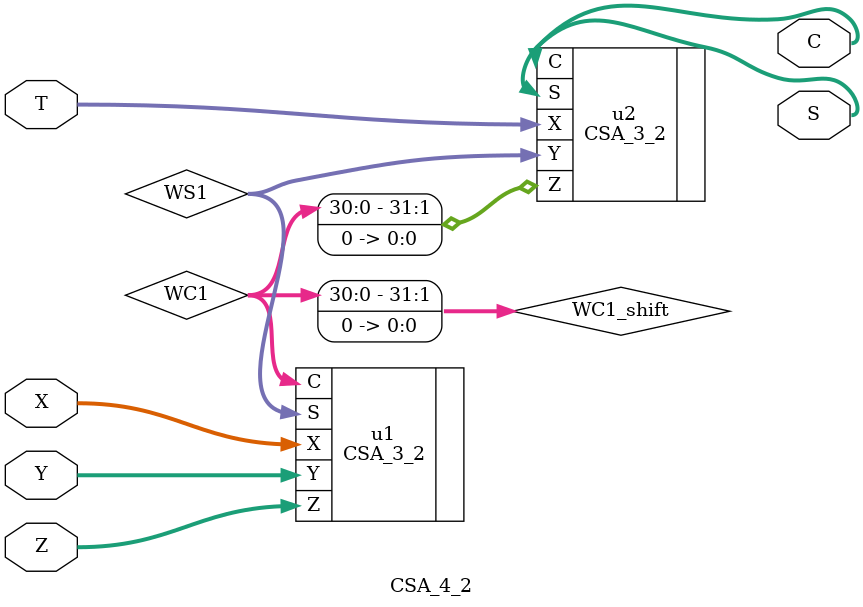
<source format=v>
`timescale 1ns / 1ps

module CSA_4_2(
	input [31:0] X, Y, Z, T,
	output [31:0] S, C
    );

wire [31:0] WS1, WC1,WC1_shift;
assign WC1_shift = (WC1 << 1);

CSA_3_2 u1 (
    .X(X), 
    .Y(Y), 
    .Z(Z), 
    .S(WS1), 
    .C(WC1)
    );
    
    
CSA_3_2 u2 (
        .X(T), 
        .Y(WS1), 
        .Z(WC1_shift), 
        .S(S), 
        .C(C)
        );

/*
  genvar i;
   generate
      for (i=0; i < 32; i=i+1) 
      begin: cmprsr_4_2
        compressor_4_2 u1(
         .p0(X[i]), 
         .p1(Y[i]), 
         .p2(Z[i]), 
         .p3(T[i]), 
         .w2(C[i]), 
         .w1(S[i])          
        );	  
      end
   endgenerate
	
*/	

endmodule

</source>
